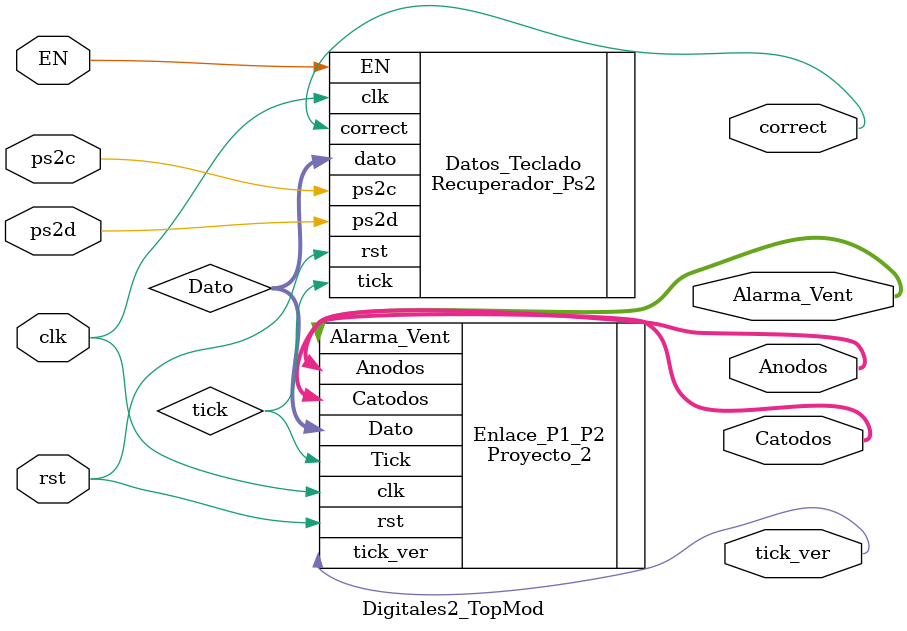
<source format=v>
`timescale 1ns / 1ps
module Digitales2_TopMod(
		input clk, rst, EN,
		input ps2d, ps2c,
		output correct,
		output [1:0] Alarma_Vent,
		output [7:0] Catodos,
		output [3:0] Anodos,
		output tick_ver
    );

wire tick;
wire [7:0] Dato;

Proyecto_2 Enlace_P1_P2 (
    .Dato(Dato), 
    .Tick(tick), 
    .clk(clk), 
    .rst(rst), 
    .Alarma_Vent(Alarma_Vent), 
    .Catodos(Catodos), 
    .Anodos(Anodos),
	 .tick_ver(tick_ver)
    );
	 
Recuperador_Ps2 Datos_Teclado (
    .clk(clk), 
    .rst(rst), 
    .ps2d(ps2d), 
    .ps2c(ps2c), 
    .EN(EN), 
    .dato(Dato), 
    .correct(correct),
	 .tick(tick)
    );


endmodule

</source>
